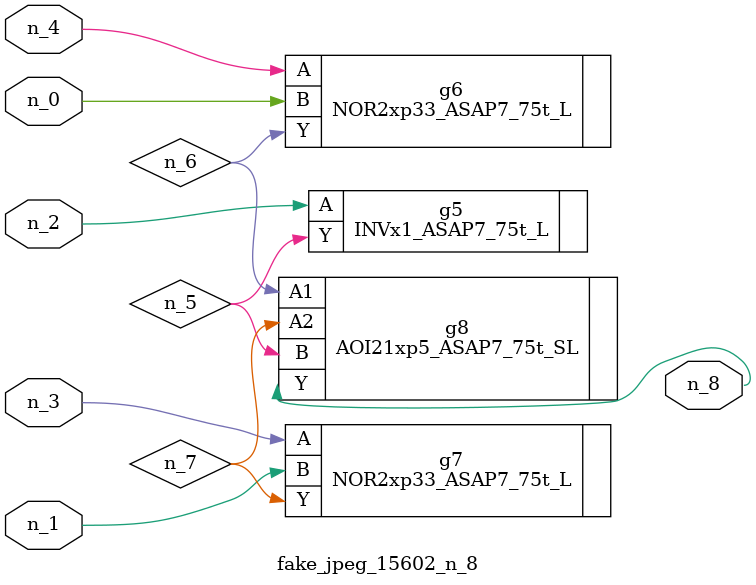
<source format=v>
module fake_jpeg_15602_n_8 (n_3, n_2, n_1, n_0, n_4, n_8);

input n_3;
input n_2;
input n_1;
input n_0;
input n_4;

output n_8;

wire n_6;
wire n_5;
wire n_7;

INVx1_ASAP7_75t_L g5 ( 
.A(n_2),
.Y(n_5)
);

NOR2xp33_ASAP7_75t_L g6 ( 
.A(n_4),
.B(n_0),
.Y(n_6)
);

NOR2xp33_ASAP7_75t_L g7 ( 
.A(n_3),
.B(n_1),
.Y(n_7)
);

AOI21xp5_ASAP7_75t_SL g8 ( 
.A1(n_6),
.A2(n_7),
.B(n_5),
.Y(n_8)
);


endmodule
</source>
